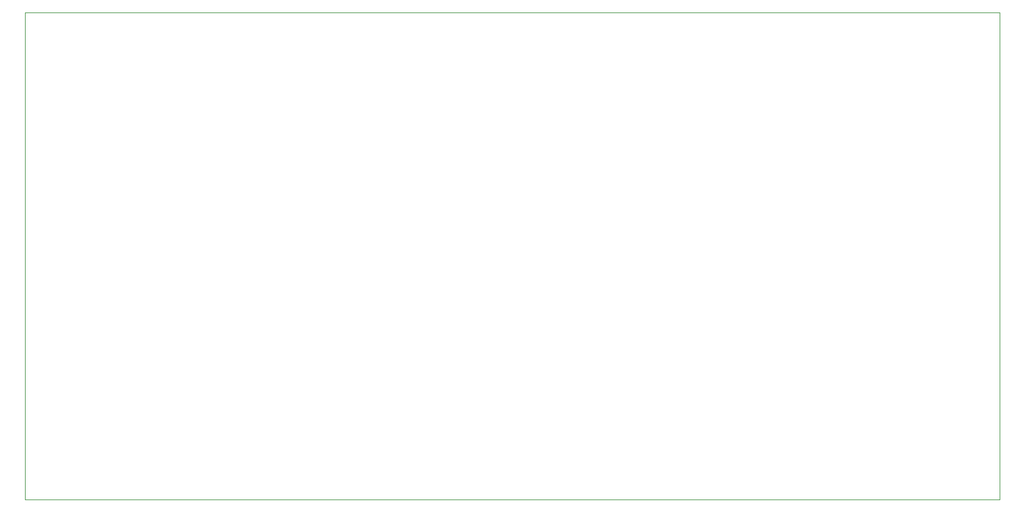
<source format=gm1>
G04 #@! TF.GenerationSoftware,KiCad,Pcbnew,(6.0.6)*
G04 #@! TF.CreationDate,2023-01-04T14:36:36+01:00*
G04 #@! TF.ProjectId,yusynth lfo_new_con2x5,79757379-6e74-4682-906c-666f5f6e6577,rev?*
G04 #@! TF.SameCoordinates,Original*
G04 #@! TF.FileFunction,Profile,NP*
%FSLAX46Y46*%
G04 Gerber Fmt 4.6, Leading zero omitted, Abs format (unit mm)*
G04 Created by KiCad (PCBNEW (6.0.6)) date 2023-01-04 14:36:36*
%MOMM*%
%LPD*%
G01*
G04 APERTURE LIST*
G04 #@! TA.AperFunction,Profile*
%ADD10C,0.100000*%
G04 #@! TD*
G04 APERTURE END LIST*
D10*
X81280000Y-22860000D02*
X213360000Y-22860000D01*
X81280000Y-88900000D02*
X81280000Y-22860000D01*
X213360000Y-88900000D02*
X81280000Y-88900000D01*
X213360000Y-22860000D02*
X213360000Y-88900000D01*
M02*

</source>
